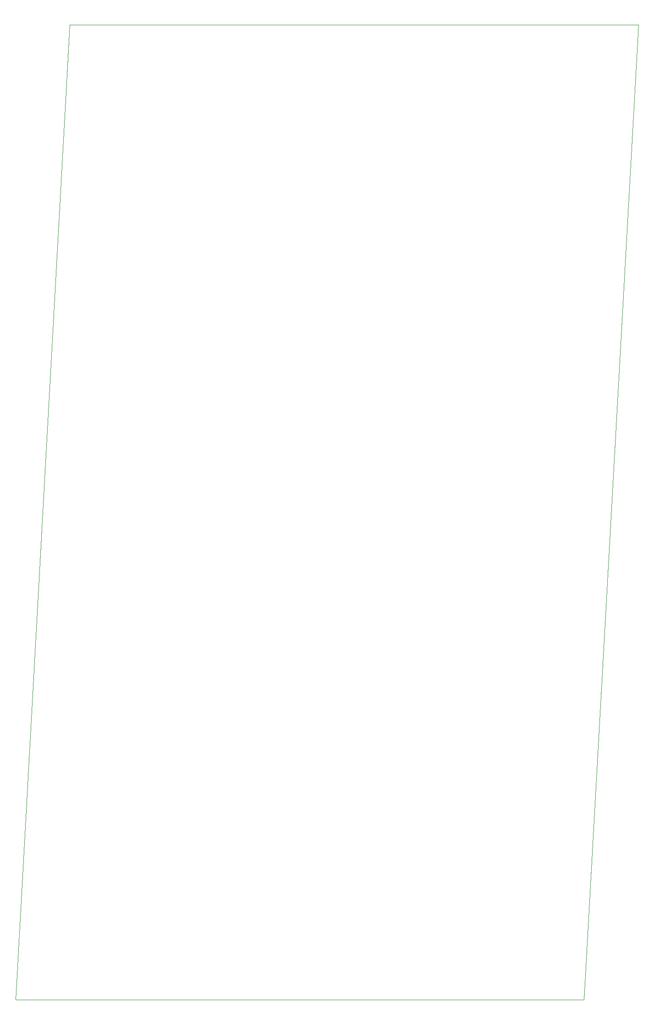
<source format=gbr>
G04 #@! TF.GenerationSoftware,KiCad,Pcbnew,(5.1.2)-1*
G04 #@! TF.CreationDate,2019-09-02T13:58:39+02:00*
G04 #@! TF.ProjectId,gross-kursiv2b,67726f73-732d-46b7-9572-73697632622e,rev?*
G04 #@! TF.SameCoordinates,Original*
G04 #@! TF.FileFunction,Profile,NP*
%FSLAX46Y46*%
G04 Gerber Fmt 4.6, Leading zero omitted, Abs format (unit mm)*
G04 Created by KiCad (PCBNEW (5.1.2)-1) date 2019-09-02 13:58:39*
%MOMM*%
%LPD*%
G04 APERTURE LIST*
%ADD10C,0.050000*%
G04 APERTURE END LIST*
D10*
X142500000Y-15000000D02*
X37500000Y-15000000D01*
X132500000Y-195000000D02*
X142500000Y-15000000D01*
X27500000Y-195000000D02*
X132500000Y-195000000D01*
X37500000Y-15000000D02*
X27500000Y-195000000D01*
M02*

</source>
